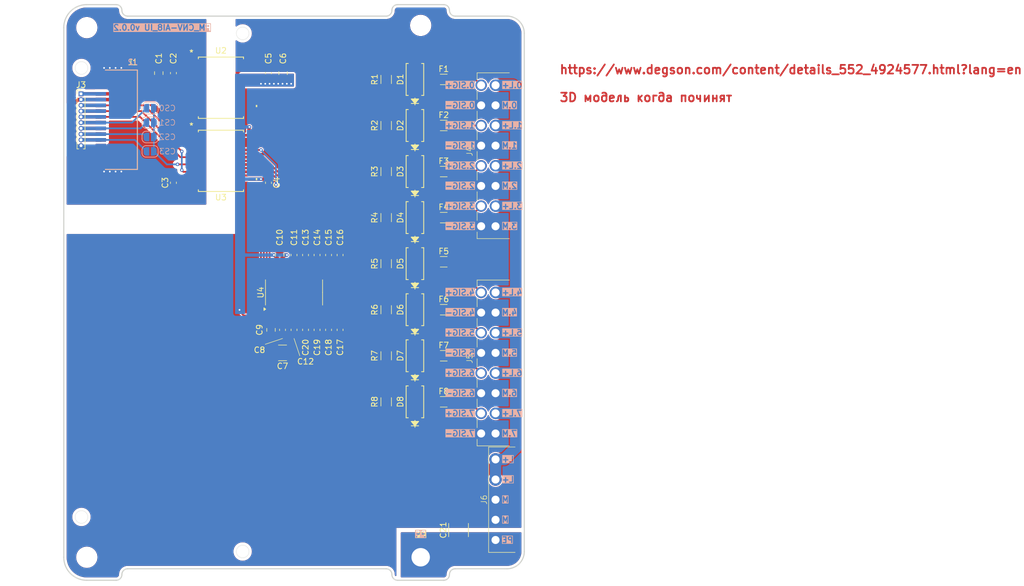
<source format=kicad_pcb>
(kicad_pcb (version 20241229) (generator "pcbnew") (generator_version "9.0")
  (title_block (title "${article} v${version}"))
  (layers (0 "F.Cu" signal) (2 "B.Cu" signal) (13 "F.Paste" user) (15 "B.Paste" user) (5 "F.SilkS" user "F.Silkscreen") (7 "B.SilkS" user "B.Silkscreen") (1 "F.Mask" user) (3 "B.Mask" user) (25 "Edge.Cuts" user))
  (property "article" "PM_CNV-AI8_IU")
  (property "version" "0.0.2")
  (net 0 "")
  (net 1 "PE")
  (net 2 "+24V_F")
  (net 3 "GND_F")
  (net 4 "GND_M")
  (net 5 "+5V_M")
  (net 6 "+3.3V_M")
  (net 7 "/0.SIG+")
  (net 8 "/AIN_6P")
  (net 9 "/AIN_7P")
  (net 13 "/1.SIG+")
  (net 14 "/5.SIG+")
  (net 15 "/7.SIG+")
  (net 16 "/6.SIG+")
  (net 17 "/4.SIG+")
  (net 18 "/3.SIG+")
  (net 19 "/2.SIG+")
  (net 20 "/AIN_1P")
  (net 21 "/AIN_2P")
  (net 22 "/AIN_0P")
  (net 23 "/AIN_4P")
  (net 24 "/AIN_3P")
  (net 25 "/AIN_5P")
  (net 26 "Net-(U4-REFCAP)")
  (net 27 "Net-(U4-REFIO)")
  (net 28 "+5V_F")
  (net 29 "/SCK_F")
  (net 30 "/MOSI_F")
  (net 31 "/CS_M")
  (net 32 "/MISO_M")
  (net 33 "/SCK_M")
  (net 34 "/MOSI_M")
  (net 35 "/MISO_F")
  (net 36 "/CS_F")
  (net 37 "/CS2_M")
  (net 38 "/CS0_M")
  (net 39 "/CS3_M")
  (net 40 "/CS1_M")
  (footprint "Fuse:Fuse_1206_3216Metric" (layer "F.Cu") (at 106 72)
    (property "Reference" "F2")
    (property "Value" "nSMD005")
  )
  (footprint "Fuse:Fuse_1206_3216Metric" (layer "F.Cu") (at 106 112)
    (property "Reference" "F7")
    (property "Value" "nSMD005")
  )
  (footprint "kicad_inventree_lib:SOIC16-WBW_CLG-M" (layer "F.Cu") (at 67.3 65.44)
    (property "Reference" "U2")
    (property "Value" "CA-IS3105W")
  )
  (footprint "MountingHole:MountingHole_3.2mm_M3" (layer "F.Cu") (at 102 54.61)
    (property "Reference" "H2" (hide yes))
    (property "Value" "MountingHole")
  )
  (footprint "kicad_inventree_lib:SMASeries_LTF-M" (layer "F.Cu") (at 101 96 90)
    (property "Reference" "D5")
    (property "Value" "SMAJ33CA")
  )
  (footprint "kicad_inventree_lib:15EDGRHC-THR-3.5-16P" (layer "F.Cu") (at 112.5 118.5 90)
    (property "Reference" "J5")
    (property "Value" "15EDGRHC-THR-3.5-16P")
  )
  (footprint "Capacitor_SMD:C_0603_1608Metric" (layer "F.Cu") (at 75.555 62.9 90)
    (property "Reference" "C5")
    (property "Value" "100nF")
  )
  (footprint "Resistor_SMD:R_1206_3216Metric" (layer "F.Cu") (at 96 104 -90)
    (property "Reference" "R6")
    (property "Value" "249R")
  )
  (footprint "Fuse:Fuse_1206_3216Metric" (layer "F.Cu") (at 106 80)
    (property "Reference" "F3")
    (property "Value" "nSMD005")
  )
  (footprint "Capacitor_SMD:C_0603_1608Metric" (layer "F.Cu") (at 82 94.5 90)
    (property "Reference" "C13")
    (property "Value" "10nF")
  )
  (footprint "Connector_PinHeader_1.00mm:PinHeader_1x10_P1.00mm_Vertical" (layer "F.Cu") (at 43 66.5)
    (property "Reference" "J3")
    (property "Value" "PinHeader_01x10_P1.00_THT_straight")
  )
  (footprint "kicad_inventree_lib:SMASeries_LTF-M" (layer "F.Cu") (at 101 80 90)
    (property "Reference" "D3")
    (property "Value" "SMAJ33CA")
  )
  (footprint "kicad_inventree_lib:15EDGRHC-THR-3.5-16P" (layer "F.Cu") (at 112.5 82.5 90)
    (property "Reference" "J4")
    (property "Value" "15EDGRHC-THR-3.5-16P")
  )
  (footprint "Resistor_SMD:R_1206_3216Metric" (layer "F.Cu") (at 96 64 -90)
    (property "Reference" "R1")
    (property "Value" "249R")
  )
  (footprint "Capacitor_SMD:C_0603_1608Metric" (layer "F.Cu") (at 80 94.5 90)
    (property "Reference" "C11")
    (property "Value" "1uF")
  )
  (footprint "Resistor_SMD:R_1206_3216Metric" (layer "F.Cu") (at 96 88 -90)
    (property "Reference" "R4")
    (property "Value" "249R")
  )
  (footprint "Capacitor_SMD:C_1210_3225Metric" (layer "F.Cu") (at 78 111.5 180)
    (property "Reference" "C7")
    (property "Value" "22uF")
  )
  (footprint "Resistor_SMD:R_1206_3216Metric" (layer "F.Cu") (at 96 72 -90)
    (property "Reference" "R2")
    (property "Value" "249R")
  )
  (footprint "Capacitor_SMD:C_0805_2012Metric" (layer "F.Cu") (at 56.505 62.9 90)
    (property "Reference" "C1")
    (property "Value" "10uF")
  )
  (footprint "kicad_inventree_lib:SOIC16-WBW_CLG-M" (layer "F.Cu") (at 67.3 78.14)
    (property "Reference" "U3")
    (property "Value" "CA-IS3741HW")
  )
  (footprint "Capacitor_SMD:C_0603_1608Metric" (layer "F.Cu") (at 59.045 81.95 90)
    (property "Reference" "C3")
    (property "Value" "100nF")
  )
  (footprint "Capacitor_SMD:C_0805_2012Metric" (layer "F.Cu") (at 77.5 94.5 -90)
    (property "Reference" "C10")
    (property "Value" "10uF")
  )
  (footprint "Capacitor_SMD:C_0603_1608Metric" (layer "F.Cu") (at 86 107.5 -90)
    (property "Reference" "C18")
    (property "Value" "10nF")
  )
  (footprint "kicad_inventree_lib:PM-ESP32C3_v0.0.5" (layer "F.Cu") (at 40.073729 101)
    (property "Reference" "U1" (hide yes))
    (property "Value" "~" (hide yes))
    (fp_circle (center 3 -39) (end 4.1 -39) (stroke (width 0.05)) (fill no) (layer "Edge.Cuts"))
    (fp_circle (center 3 39) (end 4.1 39) (stroke (width 0.05)) (fill no) (layer "Edge.Cuts"))
    (fp_circle (center 31 -45) (end 32.1 -45) (stroke (width 0.05)) (fill no) (layer "Edge.Cuts"))
    (fp_circle (center 31 45) (end 32.1 45) (stroke (width 0.05)) (fill no) (layer "Edge.Cuts"))
  )
  (footprint "Resistor_SMD:R_1206_3216Metric" (layer "F.Cu") (at 96 80 -90)
    (property "Reference" "R3")
    (property "Value" "249R")
  )
  (footprint "Capacitor_SMD:C_0603_1608Metric" (layer "F.Cu") (at 80 107.5 -90)
    (property "Reference" "C12")
    (property "Value" "1uF")
  )
  (footprint "Capacitor_SMD:C_0805_2012Metric" (layer "F.Cu") (at 78.095 62.9 90)
    (property "Reference" "C6")
    (property "Value" "10uF")
  )
  (footprint "kicad_inventree_lib:SMASeries_LTF-M" (layer "F.Cu") (at 101 72 90)
    (property "Reference" "D2")
    (property "Value" "SMAJ33CA")
  )
  (footprint "kicad_inventree_lib:PE" (layer "F.Cu") (at 102 147)
    (property "Reference" "D9" (hide yes))
    (property "Value" "~")
  )
  (footprint "kicad_inventree_lib:15EDGRC-3.5-05P" (layer "F.Cu") (at 115 144 90)
    (property "Reference" "J6")
    (property "Value" "15EDGRC-3.5-05P")
  )
  (footprint "kicad_inventree_lib:SMASeries_LTF-M" (layer "F.Cu") (at 101 88 90)
    (property "Reference" "D4")
    (property "Value" "SMAJ33CA")
  )
  (footprint "Resistor_SMD:R_1206_3216Metric" (layer "F.Cu") (at 96 96 -90)
    (property "Reference" "R5")
    (property "Value" "249R")
  )
  (footprint "Fuse:Fuse_1206_3216Metric" (layer "F.Cu") (at 106 95.675)
    (property "Reference" "F5")
    (property "Value" "nSMD005")
  )
  (footprint "kicad_inventree_lib:CONN10_AFA07-S10_JUS" (layer "F.Cu") (at 50 71 90)
    (property "Reference" "J1")
    (property "Value" "AFA07-S10FCC-00")
  )
  (footprint "Capacitor_SMD:C_0603_1608Metric" (layer "F.Cu") (at 86 94.5 90)
    (property "Reference" "C15")
    (property "Value" "10nF")
  )
  (footprint "MountingHole:MountingHole_3.2mm_M3" (layer "F.Cu") (at 44 147)
    (property "Reference" "H3" (hide yes))
    (property "Value" "MountingHole")
  )
  (footprint "Resistor_SMD:R_1206_3216Metric" (layer "F.Cu") (at 96 120 -90)
    (property "Reference" "R8")
    (property "Value" "249R")
  )
  (footprint "kicad_inventree_lib:SMASeries_LTF-M" (layer "F.Cu") (at 101 64 90)
    (property "Reference" "D1")
    (property "Value" "SMAJ33CA")
  )
  (footprint "Capacitor_SMD:C_0603_1608Metric" (layer "F.Cu") (at 82 107.5 -90)
    (property "Reference" "C20")
    (property "Value" "10nF")
  )
  (footprint "Resistor_SMD:R_1206_3216Metric" (layer "F.Cu") (at 96 112 -90)
    (property "Reference" "R7")
    (property "Value" "249R")
  )
  (footprint "kicad_inventree_lib:SMASeries_LTF-M" (layer "F.Cu") (at 101 104 90)
    (property "Reference" "D6")
    (property "Value" "SMAJ33CA")
  )
  (footprint "Capacitor_SMD:C_0603_1608Metric" (layer "F.Cu") (at 59.045 62.9 90)
    (property "Reference" "C2")
    (property "Value" "100nF")
  )
  (footprint "Capacitor_SMD:C_0603_1608Metric" (layer "F.Cu") (at 84 107.5 -90)
    (property "Reference" "C19")
    (property "Value" "10nF")
  )
  (footprint "Capacitor_SMD:C_0603_1608Metric" (layer "F.Cu") (at 84 94.5 90)
    (property "Reference" "C14")
    (property "Value" "10nF")
  )
  (footprint "Capacitor_SMD:C_0603_1608Metric" (layer "F.Cu") (at 88 107.5 -90)
    (property "Reference" "C17")
    (property "Value" "10nF")
  )
  (footprint "kicad_inventree_lib:SMASeries_LTF-M" (layer "F.Cu") (at 101 120 90)
    (property "Reference" "D8")
    (property "Value" "SMAJ33CA")
  )
  (footprint "Capacitor_SMD:C_0805_2012Metric" (layer "F.Cu") (at 76 107.5 -90)
    (property "Reference" "C9")
    (property "Value" "10uF")
  )
  (footprint "Package_SO:TSSOP-38_4.4x9.7mm_P0.5mm" (layer "F.Cu") (at 80 101 90)
    (property "Reference" "U4")
    (property "Value" "ADS8688")
  )
  (footprint "Capacitor_SMD:C_0603_1608Metric" (layer "F.Cu") (at 88 94.5 90)
    (property "Reference" "C16")
    (property "Value" "10nF")
  )
  (footprint "Fuse:Fuse_1206_3216Metric" (layer "F.Cu") (at 106 120)
    (property "Reference" "F8")
    (property "Value" "nSMD005")
  )
  (footprint "Capacitor_SMD:C_0603_1608Metric" (layer "F.Cu") (at 75.555 81.95 -90)
    (property "Reference" "C4")
    (property "Value" "100nF")
  )
  (footprint "MountingHole:MountingHole_3.2mm_M3" (layer "F.Cu") (at 44 55)
    (property "Reference" "H1" (hide yes))
    (property "Value" "MountingHole")
  )
  (footprint "Capacitor_SMD:C_1812_4532Metric_Pad1.57x3.40mm_HandSolder" (layer "F.Cu") (at 108.575 142.275 90)
    (property "Reference" "C21")
    (property "Value" "4.7nF 2kV")
  )
  (footprint "Capacitor_SMD:C_0603_1608Metric" (layer "F.Cu") (at 78 107.5 -90)
    (property "Reference" "C8")
    (property "Value" "1uF")
  )
  (footprint "kicad_inventree_lib:SMASeries_LTF-M" (layer "F.Cu") (at 101 112 90)
    (property "Reference" "D7")
    (property "Value" "SMAJ33CA")
  )
  (footprint "Fuse:Fuse_1206_3216Metric" (layer "F.Cu") (at 106 104)
    (property "Reference" "F6")
    (property "Value" "nSMD005")
  )
  (footprint "Fuse:Fuse_1206_3216Metric" (layer "F.Cu") (at 106 64)
    (property "Reference" "F1")
    (property "Value" "nSMD005")
  )
  (footprint "Fuse:Fuse_1206_3216Metric" (layer "F.Cu") (at 106 88)
    (property "Reference" "F4")
    (property "Value" "nSMD005")
  )
  (footprint "Jumper:SolderJumper-2_P1.3mm_Open_RoundedPad1.0x1.5mm" (layer "B.Cu") (at 55 76.5)
    (property "Reference" "JP4" (hide yes))
    (property "Value" "SolderJumper_2_Open")
  )
  (footprint "kicad_inventree_lib:CONN10_AFA07-S10_JUS" (layer "B.Cu") (at 50 71 -90)
    (property "Reference" "J2")
    (property "Value" "AFA07-S10FCC-00")
  )
  (footprint "Jumper:SolderJumper-2_P1.3mm_Open_RoundedPad1.0x1.5mm" (layer "B.Cu") (at 55 71.5)
    (property "Reference" "JP2" (hide yes))
    (property "Value" "SolderJumper_2_Open")
  )
  (footprint "Jumper:SolderJumper-2_P1.3mm_Open_RoundedPad1.0x1.5mm" (layer "B.Cu") (at 55 69)
    (property "Reference" "JP1" (hide yes))
    (property "Value" "SolderJumper_2_Open")
  )
  (footprint "Jumper:SolderJumper-2_P1.3mm_Open_RoundedPad1.0x1.5mm" (layer "B.Cu") (at 55 74)
    (property "Reference" "JP3" (hide yes))
    (property "Value" "SolderJumper_2_Open")
  )
  (gr_line (start 78 109) (end 75 110) (stroke (width 0.1)) (layer "F.SilkS"))
  (gr_line (start 81 112) (end 80 109) (stroke (width 0.1)) (layer "F.SilkS"))
  (gr_arc (start 44 151) (mid 41.171573 149.828427) (end 40 147) (stroke (width 0.2)) (layer "Edge.Cuts"))
  (gr_arc (start 98 151) (mid 97.292893 150.707107) (end 97 150) (stroke (width 0.2)) (layer "Edge.Cuts"))
  (gr_arc (start 117 53) (mid 119.12132 53.87868) (end 120 56) (stroke (width 0.2)) (layer "Edge.Cuts"))
  (gr_arc (start 108 53) (mid 107.292893 52.707107) (end 107 52) (stroke (width 0.2)) (layer "Edge.Cuts"))
  (gr_line (start 106 51) (end 98 51) (stroke (width 0.2)) (layer "Edge.Cuts"))
  (gr_arc (start 96 149) (mid 96.707107 149.292893) (end 97 150) (stroke (width 0.2)) (layer "Edge.Cuts"))
  (gr_line (start 44 151) (end 49.1 151) (stroke (width 0.2)) (layer "Edge.Cuts"))
  (gr_arc (start 107 150) (mid 107.292893 149.292893) (end 108 149) (stroke (width 0.2)) (layer "Edge.Cuts"))
  (gr_arc (start 97 52) (mid 96.707107 52.707107) (end 96 53) (stroke (width 0.2)) (layer "Edge.Cuts"))
  (gr_line (start 108 149) (end 117 149) (stroke (width 0.2)) (layer "Edge.Cuts"))
  (gr_arc (start 50.1 150) (mid 49.807107 150.707107) (end 49.1 151) (stroke (width 0.2)) (layer "Edge.Cuts"))
  (gr_arc (start 40 55) (mid 41.171573 52.171573) (end 44 51) (stroke (width 0.2)) (layer "Edge.Cuts"))
  (gr_arc (start 107 150) (mid 106.707107 150.707107) (end 106 151) (stroke (width 0.2)) (layer "Edge.Cuts"))
  (gr_line (start 96 149) (end 51.1 149) (stroke (width 0.2)) (layer "Edge.Cuts"))
  (gr_line (start 98 151) (end 106 151) (stroke (width 0.2)) (layer "Edge.Cuts"))
  (gr_arc (start 51.1 53) (mid 50.392893 52.707107) (end 50.1 52) (stroke (width 0.2)) (layer "Edge.Cuts"))
  (gr_line (start 44 51) (end 49.1 51) (stroke (width 0.2)) (layer "Edge.Cuts"))
  (gr_line (start 40 55) (end 40 147) (stroke (width 0.2)) (layer "Edge.Cuts"))
  (gr_arc (start 50.1 150) (mid 50.392893 149.292893) (end 51.1 149) (stroke (width 0.2)) (layer "Edge.Cuts"))
  (gr_arc (start 120 146) (mid 119.12132 148.12132) (end 117 149) (stroke (width 0.2)) (layer "Edge.Cuts"))
  (gr_line (start 120 56) (end 120 146) (stroke (width 0.2)) (layer "Edge.Cuts"))
  (gr_line (start 117 53) (end 108 53) (stroke (width 0.2)) (layer "Edge.Cuts"))
  (gr_arc (start 49.1 51) (mid 49.807107 51.292893) (end 50.1 52) (stroke (width 0.2)) (layer "Edge.Cuts"))
  (gr_line (start 51.1 53) (end 96 53) (stroke (width 0.2)) (layer "Edge.Cuts"))
  (gr_arc (start 97 52) (mid 97.292893 51.292893) (end 98 51) (stroke (width 0.2)) (layer "Edge.Cuts"))
  (gr_arc (start 106 51) (mid 106.707107 51.292893) (end 107 52) (stroke (width 0.2)) (layer "Edge.Cuts"))
  (gr_text "https://www.degson.com/content/details_552_4924577.html?lang=en\n\n3D модель когда починят" (at 126 68 0) (layer "F.Cu") (effects (font (size 1.5 1.5) (thickness 0.3) (bold yes)) (justify left bottom)))
  (gr_text "PE" (at 102 143 0) (layer "F.SilkS" knockout) (effects (font (size 1 1) (thickness 0.2) (bold yes))))
  (gr_text "5.SIG+" (at 111.5 108 0) (layer "B.SilkS" knockout) (effects (font (size 1 1) (thickness 0.2) (bold yes)) (justify left mirror)))
  (gr_text "CS3" (at 58 76.5 0) (layer "B.SilkS") (effects (font (size 1 1) (thickness 0.1)) (justify mirror)))
  (gr_text "2.SIG+" (at 111.5 79 0) (layer "B.SilkS" knockout) (effects (font (size 1 1) (thickness 0.2) (bold yes)) (justify left mirror)))
  (gr_text "4.M" (at 116 104.5 0) (layer "B.SilkS" knockout) (effects (font (size 1 1) (thickness 0.2) (bold yes)) (justify right mirror)))
  (gr_text "M" (at 116 137 0) (layer "B.SilkS" knockout) (effects (font (size 1 1) (thickness 0.2) (bold yes)) (justify right mirror)))
  (gr_text "3.L+" (at 116 86 0) (layer "B.SilkS" knockout) (effects (font (size 1 1) (thickness 0.2) (bold yes)) (justify right mirror)))
  (gr_text "0.SIG-" (at 111.5 68.5 0) (layer "B.SilkS" knockout) (effects (font (size 1 1) (thickness 0.2) (bold yes)) (justify left mirror)))
  (gr_text "CS2" (at 58 74 0) (layer "B.SilkS") (effects (font (size 1 1) (thickness 0.1)) (justify mirror)))
  (gr_text "PE" (at 102 143 -0) (layer "B.SilkS" knockout) (effects (font (size 1 1) (thickness 0.2) (bold yes)) (justify mirror)))
  (gr_text "3.SIG+" (at 111.5 86 0) (layer "B.SilkS" knockout) (effects (font (size 1 1) (thickness 0.2) (bold yes)) (justify left mirror)))
  (gr_text "6.SIG-" (at 111.5 118.5 0) (layer "B.SilkS" knockout) (effects (font (size 1 1) (thickness 0.2) (bold yes)) (justify left mirror)))
  (gr_text "2.SIG-" (at 111.5 82.5 0) (layer "B.SilkS" knockout) (effects (font (size 1 1) (thickness 0.2) (bold yes)) (justify left mirror)))
  (gr_text "PE" (at 116 144 0) (layer "B.SilkS" knockout) (effects (font (size 1 1) (thickness 0.2) (bold yes)) (justify right mirror)))
  (gr_text "5.M" (at 116 111.5 0) (layer "B.SilkS" knockout) (effects (font (size 1 1) (thickness 0.2) (bold yes)) (justify right mirror)))
  (gr_text "1.M" (at 116 75.5 0) (layer "B.SilkS" knockout) (effects (font (size 1 1) (thickness 0.2) (bold yes)) (justify right mirror)))
  (gr_text "0.L+" (at 116 65 0) (layer "B.SilkS" knockout) (effects (font (size 1 1) (thickness 0.2) (bold yes)) (justify right mirror)))
  (gr_text "7.L+" (at 116 122 0) (layer "B.SilkS" knockout) (effects (font (size 1 1) (thickness 0.2) (bold yes)) (justify right mirror)))
  (gr_text "7.SIG-" (at 111.5 125.5 0) (layer "B.SilkS" knockout) (effects (font (size 1 1) (thickness 0.2) (bold yes)) (justify left mirror)))
  (gr_text "7.SIG+" (at 111.5 122 0) (layer "B.SilkS" knockout) (effects (font (size 1 1) (thickness 0.2) (bold yes)) (justify left mirror)))
  (gr_text "CS0" (at 58 69 0) (layer "B.SilkS") (effects (font (size 1 1) (thickness 0.1)) (justify mirror)))
  (gr_text "CS1" (at 58 71.5 0) (layer "B.SilkS") (effects (font (size 1 1) (thickness 0.1)) (justify mirror)))
  (gr_text "4.L+" (at 116 101 0) (layer "B.SilkS" knockout) (effects (font (size 1 1) (thickness 0.2) (bold yes)) (justify right mirror)))
  (gr_text "0.M" (at 116 68.5 0) (layer "B.SilkS" knockout) (effects (font (size 1 1) (thickness 0.2) (bold yes)) (justify right mirror)))
  (gr_text "1.SIG-" (at 111.5 75.5 0) (layer "B.SilkS" knockout) (effects (font (size 1 1) (thickness 0.2) (bold yes)) (justify left mirror)))
  (gr_text "6.M" (at 116 118.5 0) (layer "B.SilkS" knockout) (effects (font (size 1 1) (thickness 0.2) (bold yes)) (justify right mirror)))
  (gr_text "3.SIG-" (at 111.5 89.5 0) (layer "B.SilkS" knockout) (effects (font (size 1 1) (thickness 0.2) (bold yes)) (justify left mirror)))
  (gr_text "3.M" (at 116 89.5 0) (layer "B.SilkS" knockout) (effects (font (size 1 1) (thickness 0.2) (bold yes)) (justify right mirror)))
  (gr_text "2.M" (at 116 82.5 0) (layer "B.SilkS" knockout) (effects (font (size 1 1) (thickness 0.2) (bold yes)) (justify right mirror)))
  (gr_text "4.SIG+" (at 111.5 101 0) (layer "B.SilkS" knockout) (effects (font (size 1 1) (thickness 0.2) (bold yes)) (justify left mirror)))
  (gr_text "2.L+" (at 116 79 0) (layer "B.SilkS" knockout) (effects (font (size 1 1) (thickness 0.2) (bold yes)) (justify right mirror)))
  (gr_text "0.SIG+" (at 111.5 65 0) (layer "B.SilkS" knockout) (effects (font (size 1 1) (thickness 0.2) (bold yes)) (justify left mirror)))
  (gr_text "1.SIG+" (at 111.5 72 0) (layer "B.SilkS" knockout) (effects (font (size 1 1) (thickness 0.2) (bold yes)) (justify left mirror)))
  (gr_text "4.SIG-" (at 111.5 104.5 0) (layer "B.SilkS" knockout) (effects (font (size 1 1) (thickness 0.2) (bold yes)) (justify left mirror)))
  (gr_text "6.SIG+" (at 111.5 115 0) (layer "B.SilkS" knockout) (effects (font (size 1 1) (thickness 0.2) (bold yes)) (justify left mirror)))
  (gr_text "M" (at 116 140.5 0) (layer "B.SilkS" knockout) (effects (font (size 1 1) (thickness 0.2) (bold yes)) (justify right mirror)))
  (gr_text "1.L+" (at 116 72 0) (layer "B.SilkS" knockout) (effects (font (size 1 1) (thickness 0.2) (bold yes)) (justify right mirror)))
  (gr_text "6.L+" (at 116 115 0) (layer "B.SilkS" knockout) (effects (font (size 1 1) (thickness 0.2) (bold yes)) (justify right mirror)))
  (gr_text "5.SIG-" (at 111.5 111.5 0) (layer "B.SilkS" knockout) (effects (font (size 1 1) (thickness 0.2) (bold yes)) (justify left mirror)))
  (gr_text "L+" (at 116 130 0) (layer "B.SilkS" knockout) (effects (font (size 1 1) (thickness 0.2) (bold yes)) (justify right mirror)))
  (gr_text "${article} v${version}" (at 48.5 55 0) (layer "B.SilkS" knockout) (effects (font (size 1 1) (thickness 0.2) (bold yes)) (justify right mirror)))
  (gr_text "5.L+" (at 116 108 0) (layer "B.SilkS" knockout) (effects (font (size 1 1) (thickness 0.2) (bold yes)) (justify right mirror)))
  (gr_text "L+" (at 116 133.5 0) (layer "B.SilkS" knockout) (effects (font (size 1 1) (thickness 0.2) (bold yes)) (justify right mirror)))
  (gr_text "7.M" (at 116 125.5 0) (layer "B.SilkS" knockout) (effects (font (size 1 1) (thickness 0.2) (bold yes)) (justify right mirror)))
  (segment (start 115 79) (end 118.5 79) (width 2) (layer "B.Cu") (net 2))
  (segment (start 118.5 122) (end 118.5 115) (width 2) (layer "B.Cu") (net 2))
  (segment (start 116.5 130) (end 118.5 128) (width 2) (layer "B.Cu") (net 2))
  (segment (start 115 101) (end 118.5 101) (width 2) (layer "B.Cu") (net 2))
  (segment (start 118.5 108) (end 115 108) (width 2) (layer "B.Cu") (net 2))
  (segment (start 118.5 79) (end 118.5 72) (width 2) (layer "B.Cu") (net 2))
  (segment (start 115 130) (end 116.5 130) (width 2) (layer "B.Cu") (net 2))
  (segment (start 118.5 108) (end 118.5 101) (width 2) (layer "B.Cu") (net 2))
  (segment (start 118.5 72) (end 118.5 65.5) (width 2) (layer "B.Cu") (net 2))
  (segment (start 118 65) (end 115 65) (width 2) (layer "B.Cu") (net 2))
  (segment (start 118.5 86) (end 118.5 79) (width 2) (layer "B.Cu") (net 2))
  (segment (start 118.5 101) (end 118.5 86) (width 2) (layer "B.Cu") (net 2))
  (segment (start 115 133.5) (end 115 130) (width 2) (layer "B.Cu") (net 2))
  (segment (start 115 122) (end 118.5 122) (width 2) (layer "B.Cu") (net 2))
  (segment (start 115 72) (end 118.5 72) (width 2) (layer "B.Cu") (net 2))
  (segment (start 118.5 65.5) (end 118 65) (width 2) (layer "B.Cu") (net 2))
  (segment (start 115 115) (end 118.5 115) (width 2) (layer "B.Cu") (net 2))
  (segment (start 118.5 115) (end 118.5 108) (width 2) (layer "B.Cu") (net 2))
  (segment (start 115 86) (end 118.5 86) (width 2) (layer "B.Cu") (net 2))
  (segment (start 118.5 128) (end 118.5 122) (width 2) (layer "B.Cu") (net 2))
  (via (at 49 62) (size 0.6) (drill 0.3) (layers "F.Cu" "B.Cu") (net 4))
  (via (at 49 80) (size 0.6) (drill 0.3) (layers "F.Cu" "B.Cu") (net 4))
  (via (at 47 80) (size 0.6) (drill 0.3) (layers "F.Cu" "B.Cu") (net 4))
  (via (at 48 80) (size 0.6) (drill 0.3) (layers "F.Cu" "B.Cu") (net 4))
  (via (at 47 62) (size 0.6) (drill 0.3) (layers "F.Cu" "B.Cu") (net 4))
  (via (at 50 62) (size 0.6) (drill 0.3) (layers "F.Cu" "B.Cu") (net 4))
  (via (at 50 80) (size 0.6) (drill 0.3) (layers "F.Cu" "B.Cu") (net 4))
  (via (at 48 62) (size 0.6) (drill 0.3) (layers "F.Cu" "B.Cu") (net 4))
  (segment (start 56.505 63.85) (end 58.87 63.85) (width 0.6) (layer "F.Cu") (net 5))
  (segment (start 58.87 63.85) (end 59.045 63.675) (width 0.6) (layer "F.Cu") (net 5))
  (segment (start 43.000009 66.500009) (end 43 66.5) (width 0.6) (layer "F.Cu") (net 5))
  (segment (start 61.725 60.995) (end 62.4232 60.995) (width 0.6) (layer "F.Cu") (net 5))
  (segment (start 62.2832 63.675) (end 62.4232 63.535) (width 0.6) (layer "F.Cu") (net 5))
  (segment (start 59.045 63.675) (end 62.2832 63.675) (width 0.6) (layer "F.Cu") (net 5))
  (segment (start 46.444 66.500009) (end 43.000009 66.500009) (width 0.6) (layer "F.Cu") (net 5))
  (segment (start 53.854991 66.500009) (end 56.505 63.85) (width 0.6) (layer "F.Cu") (net 5))
  (segment (start 46.444 66.500009) (end 53.854991 66.500009) (width 0.6) (layer "F.Cu") (net 5))
  (segment (start 59.045 63.675) (end 61.725 60.995) (width 0.6) (layer "F.Cu") (net 5))
  (segment (start 43 66.5) (end 46.443991 66.5) (width 0.6) (layer "B.Cu") (net 5))
  (segment (start 46.443991 66.5) (end 46.444 66.500009) (width 0.6) (layer "B.Cu") (net 5))
  (segment (start 59.045 81.175) (end 62.2832 81.175) (width 0.6) (layer "F.Cu") (net 6))
  (segment (start 46.443993 67.5) (end 46.444 67.500007) (width 0.6) (layer "F.Cu") (net 6))
  (segment (start 45.675 81.175) (end 59.045 81.175) (width 0.6) (layer "F.Cu") (net 6))
  (segment (start 43 67.5) (end 46.443993 67.5) (width 0.6) (layer "F.Cu") (net 6))
  (segment (start 46.444 67.500007) (end 56.228207 67.500007) (width 0.6) (layer "F.Cu") (net 6))
  (segment (start 56.228207 67.500007) (end 62.4232 73.695) (width 0.6) (layer "F.Cu") (net 6))
  (segment (start 62.2832 81.175) (end 62.4232 81.315) (width 0.6) (layer "F.Cu") (net 6))
  (segment (start 41 76.5) (end 45.675 81.175) (width 0.6) (layer "F.Cu") (net 6))
  (segment (start 42.5 67.5) (end 41 69) (width 0.6) (layer "F.Cu") (net 6))
  (segment (start 41 69) (end 41 76.5) (width 0.6) (layer "F.Cu") (net 6))
  (segment (start 43 67.5) (end 42.5 67.5) (width 0.6) (layer "F.Cu") (net 6))
  (segment (start 46.444 67.500007) (end 43.000007 67.500007) (width 0.6) (layer "B.Cu") (net 6))
  (segment (start 43.000007 67.500007) (end 43 67.5) (width 0.6) (layer "B.Cu") (net 6))
  (segment (start 107.4 64) (end 111.5 64) (width 0.3) (layer "F.Cu") (net 7))
  (segment (start 111.5 64) (end 112.5 65) (width 0.3) (layer "F.Cu") (net 7))
  (segment (start 99.8745 116.8044) (end 101 117.9299) (width 0.3) (layer "F.Cu") (net 8))
  (segment (start 82 106.725) (end 82 106.5) (width 0.3) (layer "F.Cu") (net 8))
  (segment (start 82.825 108.744408) (end 82.825 107.55) (width 0.3) (layer "F.Cu") (net 8))
  (segment (start 96 118.5375) (end 92.618092 118.5375) (width 0.3) (layer "F.Cu") (net 8))
  (segment (start 97.7331 116.8044) (end 99.8745 116.8044) (width 0.3) (layer "F.Cu") (net 8))
  (segment (start 104.6 119.125) (end 102.2794 116.8044) (width 0.3) (layer "F.Cu") (net 8))
  (segment (start 104.6 120) (end 104.6 119.125) (width 0.3) (layer "F.Cu") (net 8))
  (segment (start 82.825 107.55) (end 82 106.725) (width 0.3) (layer "F.Cu") (net 8))
  (segment (start 102.1255 116.8044) (end 101 117.9299) (width 0.3) (layer "F.Cu") (net 8))
  (segment (start 82 106.5) (end 81 105.5) (width 0.3) (layer "F.Cu") (net 8))
  (segment (start 92.618092 118.5375) (end 82.825 108.744408) (width 0.3) (layer "F.Cu") (net 8))
  (segment (start 102.2794 116.8044) (end 102.1255 116.8044) (width 0.3) (layer "F.Cu") (net 8))
  (segment (start 81 105.5) (end 81 103.8625) (width 0.3) (layer "F.Cu") (net 8))
  (segment (start 96 118.5375) (end 97.7331 116.8044) (width 0.3) (layer "F.Cu") (net 8))
  (segment (start 101 117.9299) (end 101 118.3871) (width 0.3) (layer "F.Cu") (net 8))
  (segment (start 96 110.5375) (end 97.7331 108.8044) (width 0.3) (layer "F.Cu") (net 9))
  (segment (start 84 106.725) (end 82 104.725) (width 0.3) (layer "F.Cu") (net 9))
  (segment (start 85 107.725) (end 84 106.725) (width 0.3) (layer "F.Cu") (net 9))
  (segment (start 99.8745 108.8044) (end 101 109.9299) (width 0.3) (layer "F.Cu") (net 9))
  (segment (start 101 109.9299) (end 101 110.3871) (width 0.3) (layer "F.Cu") (net 9))
  (segment (start 104.6 112) (end 104.6 111.125) (width 0.3) (layer "F.Cu") (net 9))
  (segment (start 96 110.5375) (end 86.968092 110.5375) (width 0.3) (layer "F.Cu") (net 9))
  (segment (start 104.6 111.125) (end 102.2794 108.8044) (width 0.3) (layer "F.Cu") (net 9))
  (segment (start 102.2794 108.8044) (end 102.1255 108.8044) (width 0.3) (layer "F.Cu") (net 9))
  (segment (start 82 104.725) (end 82 103.8625) (width 0.3) (layer "F.Cu") (net 9))
  (segment (start 85 108.569408) (end 85 107.725) (width 0.3) (layer "F.Cu") (net 9))
  (segment (start 86.968092 110.5375) (end 85 108.569408) (width 0.3) (layer "F.Cu") (net 9))
  (segment (start 102.1255 108.8044) (end 101 109.9299) (width 0.3) (layer "F.Cu") (net 9))
  (segment (start 97.7331 108.8044) (end 99.8745 108.8044) (width 0.3) (layer "F.Cu") (net 9))
  (segment (start 107.4 72) (end 112.5 72) (width 0.3) (layer "F.Cu") (net 13))
  (segment (start 107.4 104) (end 108.5 104) (width 0.3) (layer "F.Cu") (net 14))
  (segment (start 108.5 104) (end 112.5 108) (width 0.3) (layer "F.Cu") (net 14))
  (segment (start 110.5 120) (end 112.5 122) (width 0.3) (layer "F.Cu") (net 15))
  (segment (start 107.4 120) (end 110.5 120) (width 0.3) (layer "F.Cu") (net 15))
  (segment (start 107.4 112) (end 109.5 112) (width 0.3) (layer "F.Cu") (net 16))
  (segment (start 109.5 112) (end 112.5 115) (width 0.3) (layer "F.Cu") (net 16))
  (segment (start 107.4 95.675) (end 107.4 95.9) (width 0.3) (layer "F.Cu") (net 17))
  (segment (start 107.4 95.9) (end 112.5 101) (width 0.3) (layer "F.Cu") (net 17))
  (segment (start 107.4 88) (end 110.5 88) (width 0.3) (layer "F.Cu") (net 18))
  (segment (start 110.5 88) (end 112.5 86) (width 0.3) (layer "F.Cu") (net 18))
  (segment (start 111.5 80) (end 112.5 79) (width 0.3) (layer "F.Cu") (net 19))
  (segment (start 107.4 80) (end 111.5 80) (width 0.3) (layer "F.Cu") (net 19))
  (segment (start 84.24688 104.95) (end 84 104.70312) (width 0.3) (layer "F.Cu") (net 20))
  (segment (start 101 93.9299) (end 101 94.3871) (width 0.3) (layer "F.Cu") (net 20))
  (segment (start 97.225 95.7625) (end 97.225 98.030456) (width 0.3) (layer "F.Cu") (net 20))
  (segment (start 102.6044 92.8044) (end 102.1255 92.8044) (width 0.3) (layer "F.Cu") (net 20))
  (segment (start 102.1255 92.8044) (end 101 93.9299) (width 0.3) (layer "F.Cu") (net 20))
  (segment (start 86.92812 104.95) (end 84.24688 104.95) (width 0.3) (layer "F.Cu") (net 20))
  (segment (start 104.6 94.8) (end 102.6044 92.8044) (width 0.3) (layer "F.Cu") (net 20))
  (segment (start 104.6 95.675) (end 104.6 94.8) (width 0.3) (layer "F.Cu") (net 20))
  (segment (start 96 94.5375) (end 97.7331 92.8044) (width 0.3) (layer "F.Cu") (net 20))
  (segment (start 88 106.725) (end 88 106.02188) (width 0.3) (layer "F.Cu") (net 20))
  (segment (start 84 104.70312) (end 84 103.8625) (width 0.3) (layer "F.Cu") (net 20))
  (segment (start 96 94.5375) (end 97.225 95.7625) (width 0.3) (layer "F.Cu") (net 20))
  (segment (start 88 106.02188) (end 86.92812 104.95) (width 0.3) (layer "F.Cu") (net 20))
  (segment (start 97.7331 92.8044) (end 99.8745 92.8044) (width 0.3) (layer "F.Cu") (net 20))
  (segment (start 88.530456 106.725) (end 88 106.725) (width 0.3) (layer "F.Cu") (net 20))
  (segment (start 97.225 98.030456) (end 88.530456 106.725) (width 0.3) (layer "F.Cu") (net 20))
  (segment (start 99.8745 92.8044) (end 101 93.9299) (width 0.3) (layer "F.Cu") (net 20))
  (segment (start 96 87.275) (end 88 95.275) (width 0.3) (layer "F.Cu") (net 21))
  (segment (start 96 86.5375) (end 97.7331 84.8044) (width 0.3) (layer "F.Cu") (net 21))
  (segment (start 104.6 87.125) (end 102.2794 84.8044) (width 0.3) (layer "F.Cu") (net 21))
  (segment (start 88 95.275) (end 86.275 97) (width 0.3) (layer "F.Cu") (net 21))
  (segment (start 97.7331 84.8044) (end 99.8745 84.8044) (width 0.3) (layer "F.Cu") (net 21))
  (segment (start 99.8745 84.8044) (end 101 85.9299) (width 0.3) (layer "F.Cu") (net 21))
  (segment (start 104.6 88) (end 104.6 87.125) (width 0.3) (layer "F.Cu") (net 21))
  (segment (start 102.1255 84.8044) (end 101 85.9299) (width 0.3) (layer "F.Cu") (net 21))
  (segment (start 84 97.29688) (end 84 98.1375) (width 0.3) (layer "F.Cu") (net 21))
  (segment (start 101 85.9299) (end 101 86.3871) (width 0.3) (layer "F.Cu") (net 21))
  (segment (start 86.275 97) (end 84.29688 97) (width 0.3) (layer "F.Cu") (net 21))
  (segment (start 84.29688 97) (end 84 97.29688) (width 0.3) (layer "F.Cu") (net 21))
  (segment (start 96 86.5375) (end 96 87.275) (width 0.3) (layer "F.Cu") (net 21))
  (segment (start 102.2794 84.8044) (end 102.1255 84.8044) (width 0.3) (layer "F.Cu") (net 21))
  (segment (start 86 106.725) (end 85.2 105.925) (width 0.3) (layer "F.Cu") (net 22))
  (segment (start 84.22188 105.925) (end 83 104.70312) (width 0.3) (layer "F.Cu") (net 22))
  (segment (start 89.4625 109.075) (end 87.505592 109.075) (width 0.3) (layer "F.Cu") (net 22))
  (segment (start 104.6 103.125) (end 102.2794 100.8044) (width 0.3) (layer "F.Cu") (net 22))
  (segment (start 97.7331 100.8044) (end 99.8745 100.8044) (width 0.3) (layer "F.Cu") (net 22))
  (segment (start 85.2 105.925) (end 84.22188 105.925) (width 0.3) (layer "F.Cu") (net 22))
  (segment (start 96 102.5375) (end 97.7331 100.8044) (width 0.3) (layer "F.Cu") (net 22))
  (segment (start 102.1255 100.8044) (end 101 101.9299) (width 0.3) (layer "F.Cu") (net 22))
  (segment (start 101 101.9299) (end 101 102.3871) (width 0.3) (layer "F.Cu") (net 22))
  (segment (start 87.175 107.9) (end 86 106.725) (width 0.3) (layer "F.Cu") (net 22))
  (segment (start 96 102.5375) (end 89.4625 109.075) (width 0.3) (layer "F.Cu") (net 22))
  (segment (start 87.505592 109.075) (end 87.175 108.744408) (width 0.3) (layer "F.Cu") (net 22))
  (segment (start 104.6 104) (end 104.6 103.125) (width 0.3) (layer "F.Cu") (net 22))
  (segment (start 87.175 108.744408) (end 87.175 107.9) (width 0.3) (layer "F.Cu") (net 22))
  (segment (start 83 104.70312) (end 83 103.8625) (width 0.3) (layer "F.Cu") (net 22))
  (segment (start 102.2794 100.8044) (end 102.1255 100.8044) (width 0.3) (layer "F.Cu") (net 22))
  (segment (start 99.8745 100.8044) (end 101 101.9299) (width 0.3) (layer "F.Cu") (net 22))
  (segment (start 102.1255 68.8044) (end 101 69.9299) (width 0.3) (layer "F.Cu") (net 23))
  (segment (start 85.175 81.3625) (end 85.175 94.1) (width 0.3) (layer "F.Cu") (net 23))
  (segment (start 85.175 94.1) (end 84 95.275) (width 0.3) (layer "F.Cu") (net 23))
  (segment (start 99.8745 68.8044) (end 101 69.9299) (width 0.3) (layer "F.Cu") (net 23))
  (segment (start 101 69.9299) (end 101 70.3871) (width 0.3) (layer "F.Cu") (net 23))
  (segment (start 82 97.275) (end 82 98.1375) (width 0.3) (layer "F.Cu") (net 23))
  (segment (start 104.6 71.125) (end 102.2794 68.8044) (width 0.3) (layer "F.Cu") (net 23))
  (segment (start 102.2794 68.8044) (end 102.1255 68.8044) (width 0.3) (layer "F.Cu") (net 23))
  (segment (start 96 70.5375) (end 97.7331 68.8044) (width 0.3) (layer "F.Cu") (net 23))
  (segment (start 97.7331 68.8044) (end 99.8745 68.8044) (width 0.3) (layer "F.Cu") (net 23))
  (segment (start 96 70.5375) (end 85.175 81.3625) (width 0.3) (layer "F.Cu") (net 23))
  (segment (start 84 95.275) (end 82 97.275) (width 0.3) (layer "F.Cu") (net 23))
  (segment (start 104.6 72) (end 104.6 71.125) (width 0.3) (layer "F.Cu") (net 23))
  (segment (start 104.6 79.125) (end 102.2794 76.8044) (width 0.3) (layer "F.Cu") (net 24))
  (segment (start 86.825 87.7125) (end 86.825 94.45) (width 0.3) (layer "F.Cu") (net 24))
  (segment (start 83 97.29688) (end 83 98.1375) (width 0.3) (layer "F.Cu") (net 24))
  (segment (start 84.775 96.5) (end 83.79688 96.5) (width 0.3) (layer "F.Cu") (net 24))
  (segment (start 104.6 80) (end 104.6 79.125) (width 0.3) (layer "F.Cu") (net 24))
  (segment (start 99.8745 76.8044) (end 101 77.9299) (width 0.3) (layer "F.Cu") (net 24))
  (segment (start 102.2794 76.8044) (end 102.1255 76.8044) (width 0.3) (layer "F.Cu") (net 24))
  (segment (start 86 95.275) (end 84.775 96.5) (width 0.3) (layer "F.Cu") (net 24))
  (segment (start 96 78.5375) (end 97.7331 76.8044) (width 0.3) (layer "F.Cu") (net 24))
  (segment (start 86.825 94.45) (end 86 95.275) (width 0.3) (layer "F.Cu") (net 24))
  (segment (start 102.1255 76.8044) (end 101 77.9299) (width 0.3) (layer "F.Cu") (net 24))
  (segment (start 101 77.9299) (end 101 78.3871) (width 0.3) (layer "F.Cu") (net 24))
  (segment (start 96 78.5375) (end 86.825 87.7125) (width 0.3) (layer "F.Cu") (net 24))
  (segment (start 83.79688 96.5) (end 83 97.29688) (width 0.3) (layer "F.Cu") (net 24))
  (segment (start 97.7331 76.8044) (end 99.8745 76.8044) (width 0.3) (layer "F.Cu") (net 24))
  (segment (start 101 61.9299) (end 101 62.3871) (width 0.3) (layer "F.Cu") (net 25))
  (segment (start 99.8745 60.8044) (end 101 61.9299) (width 0.3) (layer "F.Cu") (net 25))
  (segment (start 81 96.275) (end 81 98.1375) (width 0.3) (layer "F.Cu") (net 25))
  (segment (start 82.825 75.7125) (end 82.825 94.45) (width 0.3) (layer "F.Cu") (net 25))
  (segment (start 102.1255 60.8044) (end 101 61.9299) (width 0.3) (layer "F.Cu") (net 25))
  (segment (start 96 62.5375) (end 97.7331 60.8044) (width 0.3) (layer "F.Cu") (net 25))
  (segment (start 82 95.275) (end 81 96.275) (width 0.3) (layer "F.Cu") (net 25))
  (segment (start 104.6 64) (end 104.6 63.125) (width 0.3) (layer "F.Cu") (net 25))
  (segment (start 96 62.5375) (end 82.825 75.7125) (width 0.3) (layer "F.Cu") (net 25))
  (segment (start 97.7331 60.8044) (end 99.8745 60.8044) (width 0.3) (layer "F.Cu") (net 25))
  (segment (start 102.2794 60.8044) (end 102.1255 60.8044) (width 0.3) (layer "F.Cu") (net 25))
  (segment (start 82.825 94.45) (end 82 95.275) (width 0.3) (layer "F.Cu") (net 25))
  (segment (start 104.6 63.125) (end 102.2794 60.8044) (width 0.3) (layer "F.Cu") (net 25))
  (segment (start 78.825 110.85) (end 78.825 107.55) (width 0.3) (layer "F.Cu") (net 26))
  (segment (start 78.825 107.55) (end 78 106.725) (width 0.3) (layer "F.Cu") (net 26))
  (segment (start 78.5 106.225) (end 78.5 103.8625) (width 0.3) (layer "F.Cu") (net 26))
  (segment (start 79.475 111.5) (end 78.825 110.85) (width 0.3) (layer "F.Cu") (net 26))
  (segment (start 78 106.725) (end 78.5 106.225) (width 0.3) (layer "F.Cu") (net 26))
  (segment (start 77.5 105.05) (end 77.5 103.8625) (width 0.3) (layer "F.Cu") (net 27))
  (segment (start 76 106.55) (end 77.5 105.05) (width 0.3) (layer "F.Cu") (net 27))
  (segment (start 79.5 95.775) (end 79.5 98.1375) (width 0.3) (layer "F.Cu") (net 28))
  (segment (start 70.53 104.28) (end 71.25 105) (width 0.3) (layer "F.Cu") (net 28))
  (segment (start 76.5 94.5) (end 76.55 94.5) (width 0.6) (layer "F.Cu") (net 28))
  (segment (start 79.825 95.45) (end 80 95.275) (width 0.3) (layer "F.Cu") (net 28))
  (segment (start 76 104.70312) (end 75.70312 105) (width 0.3) (layer "F.Cu") (net 28))
  (segment (start 76 103.8625) (end 76 104.70312) (width 0.3) (layer "F.Cu") (net 28))
  (segment (start 74 63.535) (end 75.415 63.535) (width 0.6) (layer "F.Cu") (net 28))
  (segment (start 71.25 108.505456) (end 71.25 105) (width 0.3) (layer "F.Cu") (net 28))
  (segment (start 76 103.8625) (end 76.5 103.8625) (width 0.3) (layer "F.Cu") (net 28))
  (segment (start 75.994544 113.25) (end 71.25 108.505456) (width 0.3) (layer "F.Cu") (net 28))
  (segment (start 77.92 63.675) (end 78.095 63.85) (width 0.6) (layer "F.Cu") (net 28))
  (segment (start 78.75 94.5) (end 78.45 94.5) (width 0.6) (layer "F.Cu") (net 28))
  (segment (start 80.825 107.55) (end 80.825 112.430456) (width 0.3) (layer "F.Cu") (net 28))
  (segment (start 72.1768 63.535) (end 74 63.535) (width 0.6) (layer "F.Cu") (net 28))
  (segment (start 80 106.725) (end 80.825 107.55) (width 0.3) (layer "F.Cu") (net 28))
  (segment (start 80 106.725) (end 79.5 106.225) (width 0.3) (layer "F.Cu") (net 28))
  (segment (start 72.1768 72.3232) (end 72.25 72.25) (width 0.6) (layer "F.Cu") (net 28))
  (segment (start 75.70312 105) (end 71.25 105) (width 0.3) (layer "F.Cu") (net 28))
  (segment (start 78.45 94.5) (end 77.5 95.45) (width 0.6) (layer "F.Cu") (net 28))
  (segment (start 77.5 95.45) (end 79.825 95.45) (width 0.3) (layer "F.Cu") (net 28))
  (segment (start 72.1768 63.535) (end 72.1768 64.805) (width 0.6) (layer "F.Cu") (net 28))
  (segment (start 70.53 104.03) (end 70.53 104.28) (width 0.3) (layer "F.Cu") (net 28))
  (segment (start 80 95.275) (end 79.5 95.775) (width 0.3) (layer "F.Cu") (net 28))
  (segment (start 75.415 63.535) (end 75.555 63.675) (width 0.6) (layer "F.Cu") (net 28))
  (segment (start 75.555 63.675) (end 76.75 63.675) (width 0.6) (layer "F.Cu") (net 28))
  (segment (start 80.825 112.430456) (end 80.005456 113.25) (width 0.3) (layer "F.Cu") (net 28))
  (segment (start 72.1768 81.315) (end 74.25 81.315) (width 0.6) (layer "F.Cu") (net 28))
  (segment (start 79.5 106.225) (end 79.5 103.8625) (width 0.3) (layer "F.Cu") (net 28))
  (segment (start 75.415 81.315) (end 75.555 81.175) (width 0.6) (layer "F.Cu") (net 28))
  (segment (start 74.25 81.315) (end 75.415 81.315) (width 0.6) (layer "F.Cu") (net 28))
  (segment (start 77.5 95.45) (end 77.5 98.1375) (width 0.3) (layer "F.Cu") (net 28))
  (segment (start 72.1768 73.695) (end 72.1768 72.3232) (width 0.6) (layer "F.Cu") (net 28))
  (segment (start 76.75 63.675) (end 77.92 63.675) (width 0.6) (layer "F.Cu") (net 28))
  (segment (start 80.005456 113.25) (end 75.994544 113.25) (width 0.3) (layer "F.Cu") (net 28))
  (segment (start 76.55 94.5) (end 77.5 95.45) (width 0.6) (layer "F.Cu") (net 28))
  (via (at 78.75 94.5) (size 0.6) (drill 0.3) (layers "F.Cu" "B.Cu") (net 28))
  (via (at 74.25 64.75) (size 0.6) (drill 0.3) (layers "F.Cu" "B.Cu") (net 28))
  (via (at 76.5 94.5) (size 0.6) (drill 0.3) (layers "F.Cu" "B.Cu") (net 28))
  (via (at 75 64.75) (size 0.6) (drill 0.3) (layers "F.Cu" "B.Cu") (net 28))
  (via (at 76.5 64.75) (size 0.6) (drill 0.3) (layers "F.Cu" "B.Cu") (net 28))
  (via (at 77.25 64.75) (size 0.6) (drill 0.3) (layers "F.Cu" "B.Cu") (net 28))
  (via (at 75.75 64.75) (size 0.6) (drill 0.3) (layers "F.Cu" "B.Cu") (net 28))
  (via (at 78 64.75) (size 0.6) (drill 0.3) (layers "F.Cu" "B.Cu") (net 28))
  (via (at 79.5 64.75) (size 0.6) (drill 0.3) (layers "F.Cu" "B.Cu") (net 28))
  (via (at 72.25 72.25) (size 0.6) (drill 0.3) (layers "F.Cu" "B.Cu") (net 28))
  (via (at 78.75 64.75) (size 0.6) (drill 0.3) (layers "F.Cu" "B.Cu") (net 28))
  (via (at 70.53 104.03) (size 0.6) (drill 0.3) (layers "F.Cu" "B.Cu") (net 28))
  (via (at 74.25 81.315) (size 0.6) (drill 0.3) (layers "F.Cu" "B.Cu") (net 28))
  (segment (start 76.5 94.5) (end 78.75 94.5) (width 0.6) (layer "B.Cu") (net 28))
  (segment (start 74.25 81.315) (end 70.75 81.315) (width 0.6) (layer "B.Cu") (net 28))
  (segment (start 72.25 72.25) (end 70.75 72.25) (width 0.6) (layer "B.Cu") (net 28))
  (segment (start 70.75 94.5) (end 76.5 94.5) (width 0.6) (layer "B.Cu") (net 28))
  (segment (start 78.5 84.5) (end 78.5 81.335786) (width 0.3) (layer "F.Cu") (net 29))
  (segment (start 74.669214 77.505) (end 72.1768 77.505) (width 0.3) (layer "F.Cu") (net 29))
  (segment (start 75.75 87.25) (end 78.5 84.5) (width 0.3) (layer "F.Cu") (net 29))
  (segment (start 75.75 95) (end 75.75 87.25) (width 0.3) (layer "F.Cu") (net 29))
  (segment (start 76 98.1375) (end 76 95.25) (width 0.3) (layer "F.Cu") (net 29))
  (segment (start 76 95.25) (end 75.75 95) (width 0.3) (layer "F.Cu") (net 29))
  (segment (start 78.5 81.335786) (end 74.669214 77.505) (width 0.3) (layer "F.Cu") (net 29))
  (segment (start 72.1918 76.25) (end 72.1768 76.235) (width 0.3) (layer "F.Cu") (net 30))
  (segment (start 75.5 103.8625) (end 74.5 102.8625) (width 0.3) (layer "F.Cu") (net 30))
  (segment (start 74.25 86.62868) (end 76.85 84.02868) (width 0.3) (layer "F.Cu") (net 30))
  (segment (start 74.5 102.8625) (end 74.5 95.871321) (width 0.3) (layer "F.Cu") (net 30))
  (segment (start 74.5 95.871321) (end 74.25 95.621321) (width 0.3) (layer "F.Cu") (net 30))
  (segment (start 74.25 76.25) (end 72.1918 76.25) (width 0.3) (layer "F.Cu") (net 30))
  (segment (start 76.85 84.02868) (end 76.85 82.307371) (width 0.3) (layer "F.Cu") (net 30))
  (segment (start 74.25 95.621321) (end 74.25 86.62868) (width 0.3) (layer "F.Cu") (net 30))
  (via (at 76.85 82.307371) (size 0.6) (drill 0.3) (layers "F.Cu" "B.Cu") (net 30))
  (via (at 74.25 76.25) (size 0.6) (drill 0.3) (layers "F.Cu" "B.Cu") (net 30))
  (segment (start 76.85 78.85) (end 74.25 76.25) (width 0.3) (layer "B.Cu") (net 30))
  (segment (start 76.85 82.307371) (end 76.85 78.85) (width 0.3) (layer "B.Cu") (net 30))
  (segment (start 59.75 78.75) (end 62.3982 78.75) (width 0.3) (layer "F.Cu") (net 31))
  (segment (start 62.3982 78.75) (end 62.4232 78.775) (width 0.3) (layer "F.Cu") (net 31))
  (via (at 59.75 78.75) (size 0.6) (drill 0.3) (layers "F.Cu" "B.Cu") (net 31))
  (segment (start 55.65 69) (end 55.65 71.5) (width 0.3) (layer "B.Cu") (net 31))
  (segment (start 55.65 74) (end 55.65 76.5) (width 0.3) (layer "B.Cu") (net 31))
  (segment (start 55.65 71.5) (end 55.65 74) (width 0.3) (layer "B.Cu") (net 31))
  (segment (start 55.65 76.5) (end 57.9 78.75) (width 0.3) (layer "B.Cu") (net 31))
  (segment (start 57.9 78.75) (end 59.75 78.75) (width 0.3) (layer "B.Cu") (net 31))
  (segment (start 53.500003 69.500003) (end 46.444 69.500003) (width 0.3) (layer "F.Cu") (net 32))
  (segment (start 43.000003 69.500003) (end 43 69.5) (width 0.6) (layer "F.Cu") (net 32))
  (segment (start 60.795 80.045) (end 60.5 79.75) (width 0.3) (layer "F.Cu") (net 32))
  (segment (start 60.5 76.5) (end 53.500003 69.500003) (width 0.3) (layer "F.Cu") (net 32))
  (segment (start 62.4232 80.045) (end 60.795 80.045) (width 0.3) (layer "F.Cu") (net 32))
  (segment (start 46.444 69.500003) (end 43.000003 69.500003) (width 0.6) (layer "F.Cu") (net 32))
  (via (at 60.5 76.5) (size 0.6) (drill 0.3) (layers "F.Cu" "B.Cu") (net 32))
  (via (at 60.5 79.75) (size 0.6) (drill 0.3) (layers "F.Cu" "B.Cu") (net 32))
  (segment (start 60.5 79.75) (end 60.5 76.5) (width 0.3) (layer "B.Cu") (net 32))
  (segment (start 46.444 69.500003) (end 43.000003 69.500003) (width 0.6) (layer "B.Cu") (net 32))
  (segment (start 43.000003 69.500003) (end 43 69.5) (width 0.6) (layer "B.Cu") (net 32))
  (segment (start 46.443999 70.5) (end 46.444 70.500001) (width 0.6) (layer "F.Cu") (net 33))
  (segment (start 62.4232 77.505) (end 60.255 77.505) (width 0.3) (layer "F.Cu") (net 33))
  (segment (start 43 70.5) (end 46.443999 70.5) (width 0.6) (layer "F.Cu") (net 33))
  (segment (start 60.255 77.505) (end 53.250001 70.500001) (width 0.3) (layer "F.Cu") (net 33))
  (segment (start 53.250001 70.500001) (end 46.444 70.500001) (width 0.3) (layer "F.Cu") (net 33))
  (segment (start 46.443999 70.5) (end 46.444 70.500001) (width 0.6) (layer "B.Cu") (net 33))
  (segment (start 43 70.5) (end 46.443999 70.5) (width 0.6) (layer "B.Cu") (net 33))
  (segment (start 54.002405 68.500005) (end 46.444 68.500005) (width 0.3) (layer "F.Cu") (net 34))
  (segment (start 43 68.5) (end 46.443995 68.5) (width 0.6) (layer "F.Cu") (net 34))
  (segment (start 62.4232 76.235) (end 61.7374 76.235) (width 0.3) (layer "F.Cu") (net 34))
  (segment (start 46.443995 68.5) (end 46.444 68.500005) (width 0.6) (layer "F.Cu") (net 34))
  (segment (start 61.7374 76.235) (end 54.002405 68.500005) (width 0.3) (layer "F.Cu") (net 34))
  (segment (start 43 68.5) (end 46.443995 68.5) (width 0.6) (layer "B.Cu") (net 34))
  (segment (start 46.443995 68.5) (end 46.444 68.500005) (width 0.6) (layer "B.Cu") (net 34))
  (segment (start 75.795 80.045) (end 72.1768 80.045) (width 0.3) (layer "F.Cu") (net 35))
  (segment (start 77.5 81.75) (end 75.795 80.045) (width 0.3) (layer "F.Cu") (net 35))
  (segment (start 75 95.664214) (end 74.75 95.414214) (width 0.3) (layer "F.Cu") (net 35))
  (segment (start 74.75 95.414214) (end 74.75 86.835786) (width 0.3) (layer "F.Cu") (net 35))
  (segment (start 75.24688 99.225) (end 75 98.97812) (width 0.3) (layer "F.Cu") (net 35))
  (segment (start 76.25312 99.225) (end 75.24688 99.225) (width 0.3) (layer "F.Cu") (net 35))
  (segment (start 77.5 84.085786) (end 77.5 81.75) (width 0.3) (layer "F.Cu") (net 35))
  (segment (start 75 98.97812) (end 75 95.664214) (width 0.3) (layer "F.Cu") (net 35))
  (segment (start 74.75 86.835786) (end 77.5 84.085786) (width 0.3) (layer "F.Cu") (net 35))
  (segment (start 76.5 98.1375) (end 76.5 98.97812) (width 0.3) (layer "F.Cu") (net 35))
  (segment (start 76.5 98.97812) (end 76.25312 99.225) (width 0.3) (layer "F.Cu") (net 35))
  (segment (start 75.25 95.207107) (end 75.5 95.457107) (width 0.3) (layer "F.Cu") (net 36))
  (segment (start 75.25 87.042893) (end 75.25 95.207107) (width 0.3) (layer "F.Cu") (net 36))
  (segment (start 72.1768 78.775) (end 75.232107 78.775) (width 0.3) (layer "F.Cu") (net 36))
  (segment (start 78 84.292893) (end 75.25 87.042893) (width 0.3) (layer "F.Cu") (net 36))
  (segment (start 75.232107 78.775) (end 78 81.542893) (width 0.3) (layer "F.Cu") (net 36))
  (segment (start 78 81.542893) (end 78 84.292893) (width 0.3) (layer "F.Cu") (net 36))
  (segment (start 75.5 95.457107) (end 75.5 98.1375) (width 0.3) (layer "F.Cu") (net 36))
  (segment (start 46.444 73.499995) (end 43.000005 73.499995) (width 0.6) (layer "F.Cu") (net 37))
  (segment (start 43.000005 73.499995) (end 43 73.5) (width 0.6) (layer "F.Cu") (net 37))
  (segment (start 53.849995 73.499995) (end 46.444 73.499995) (width 0.3) (layer "B.Cu") (net 37))
  (segment (start 54.35 74) (end 53.849995 73.499995) (width 0.3) (layer "B.Cu") (net 37))
  (segment (start 46.444 73.499995) (end 43.000005 73.499995) (width 0.6) (layer "B.Cu") (net 37))
  (segment (start 43.000005 73.499995) (end 43 73.5) (width 0.6) (layer "B.Cu") (net 37))
  (segment (start 43.000001 71.499999) (end 43 71.5) (width 0.6) (layer "F.Cu") (net 38))
  (segment (start 46.444 71.499999) (end 43.000001 71.499999) (width 0.6) (layer "F.Cu") (net 38))
  (segment (start 54.35 69) (end 51.850001 71.499999) (width 0.3) (layer "B.Cu") (net 38))
  (segment (start 46.444 71.499999) (end 43.000001 71.499999) (width 0.6) (layer "B.Cu") (net 38))
  (segment (start 51.850001 71.499999) (end 46.444 71.499999) (width 0.3) (layer "B.Cu") (net 38))
  (segment (start 43.000001 71.499999) (end 43 71.5) (width 0.6) (layer "B.Cu") (net 38))
  (segment (start 43 74.5) (end 46.443993 74.5) (width 0.6) (layer "F.Cu") (net 39))
  (segment (start 46.443993 74.5) (end 46.444 74.499993) (width 0.6) (layer "F.Cu") (net 39))
  (segment (start 52.349993 74.499993) (end 46.444 74.499993) (width 0.3) (layer "B.Cu") (net 39))
  (segment (start 43 74.5) (end 46.443993 74.5) (width 0.6) (layer "B.Cu") (net 39))
  (segment (start 54.35 76.5) (end 52.349993 74.499993) (width 0.3) (layer "B.Cu") (net 39))
  (segment (start 46.443993 74.5) (end 46.444 74.499993) (width 0.6) (layer "B.Cu") (net 39))
  (segment (start 43 72.5) (end 46.443997 72.5) (width 0.6) (layer "F.Cu") (net 40))
  (segment (start 46.443997 72.5) (end 46.444 72.499997) (width 0.6) (layer "F.Cu") (net 40))
  (segment (start 53.350003 72.499997) (end 46.444 72.499997) (width 0.3) (layer "B.Cu") (net 40))
  (segment (start 43 72.5) (end 46.443997 72.5) (width 0.6) (layer "B.Cu") (net 40))
  (segment (start 54.35 71.5) (end 53.350003 72.499997) (width 0.3) (layer "B.Cu") (net 40))
  (segment (start 46.443997 72.5) (end 46.444 72.499997) (width 0.6) (layer "B.Cu") (net 40))
  (zone (net 28) (net_name "+5V_F") (layer "F.Cu") (priority 2) (connect_pads yes (clearance 0.3)) (min_thickness 0.25) (fill yes (thermal_gap 0.5) (thermal_bridge_width 0.5))
    (polygon (pts (xy 80 65.25) (xy 80 63) (xy 70.75 63) (xy 70.75 65.25)))
  )
  (zone (net 4) (net_name "GND_M") (layers "F.Cu" "B.Cu") (connect_pads yes (clearance 0.5)) (min_thickness 0.25) (fill yes (thermal_gap 0.5) (thermal_bridge_width 0.5))
    (polygon (pts (xy 64.76 85.76) (xy 64.76 50.2) (xy 39.36 50.2) (xy 39.36 85.76)))
  )
  (zone (net 1) (net_name "PE") (layers "F.Cu" "B.Cu") (priority 3) (connect_pads yes (clearance 0.3)) (min_thickness 0.25) (fill yes (thermal_gap 0.5) (thermal_bridge_width 0.5))
    (polygon (pts (xy 120.64 142.656) (xy 98.542 142.656) (xy 98.542 151.8) (xy 120.64 151.8)))
  )
  (zone (net 3) (net_name "GND_F") (layers "F.Cu" "B.Cu") (priority 1) (connect_pads yes (clearance 0.2)) (min_thickness 0.25) (fill yes (thermal_gap 0.5) (thermal_bridge_width 0.5))
    (polygon (pts (xy 69.84 50.2) (xy 120.64 50.2) (xy 120.64 141.894) (xy 97.78 141.894) (xy 97.78 151.8) (xy 39.36 151.8) (xy 39.36 90.84) (xy 69.84 90.84)))
  )
  (zone (net 28) (net_name "+5V_F") (layer "B.Cu") (priority 4) (connect_pads yes (clearance 0.3)) (min_thickness 0.25) (fill yes (thermal_gap 0.5) (thermal_bridge_width 0.5))
    (polygon (pts (xy 80 63) (xy 69.75 63) (xy 69.75 104.75) (xy 71.5 104.75) (xy 71.5 65.25) (xy 80 65.25)))
  )
)
</source>
